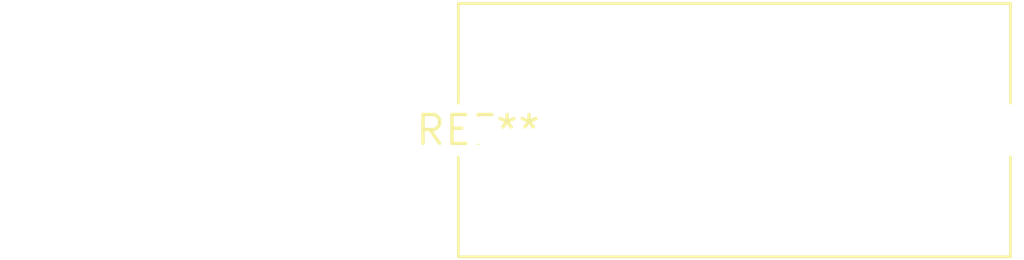
<source format=kicad_pcb>
(kicad_pcb (version 20240108) (generator pcbnew)
  (layers (0 "F.Cu" signal) (31 "B.Cu" signal) (34 "B.Paste" user) (35 "F.Paste" user) (36 "B.SilkS" user "B.Silkscreen") (37 "F.SilkS" user "F.Silkscreen") (38 "B.Mask" user) (39 "F.Mask" user) (44 "Edge.Cuts" user))
  (net 0 "")
  (footprint "C_Rect_L24.0mm_W10.9mm_P22.50mm_MKT" (layer "F.Cu") (at 0 0)
    (property "Reference" "REF**")
    (property "Value" "C_Rect_L24.0mm_W10.9mm_P22.50mm_MKT")
    (fp_line (start -0.87 -5.57) (end -0.87 -1.185) (layer "F.SilkS") (stroke (width 0.12)))
    (fp_line (start -0.87 -5.57) (end 23.37 -5.57) (layer "F.SilkS") (stroke (width 0.12)))
    (fp_line (start -0.87 1.185) (end -0.87 5.57) (layer "F.SilkS") (stroke (width 0.12)))
    (fp_line (start -0.87 5.57) (end 23.37 5.57) (layer "F.SilkS") (stroke (width 0.12)))
    (fp_line (start 23.37 -5.57) (end 23.37 -1.185) (layer "F.SilkS") (stroke (width 0.12)))
    (fp_line (start 23.37 1.185) (end 23.37 5.57) (layer "F.SilkS") (stroke (width 0.12)))
    (pad "1" thru_hole circle (at 0 0) (size 2.4 2.4) (drill 1.2) (layers *.Cu *.Mask) (remove_unused_layers))
    (pad "2" thru_hole circle (at 22.5 0) (size 2.4 2.4) (drill 1.2) (layers *.Cu *.Mask) (remove_unused_layers))
  )
)
</source>
